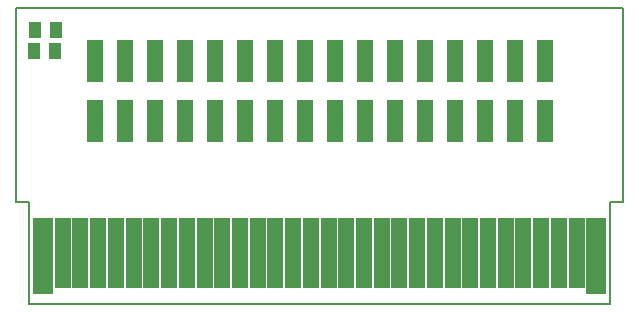
<source format=gbr>
G04 #@! TF.FileFunction,Soldermask,Top*
%FSLAX46Y46*%
G04 Gerber Fmt 4.6, Leading zero omitted, Abs format (unit mm)*
G04 Created by KiCad (PCBNEW 4.0.7-e2-6376~60~ubuntu17.10.1) date Wed Jan 17 23:43:32 2018*
%MOMM*%
%LPD*%
G01*
G04 APERTURE LIST*
%ADD10C,0.100000*%
%ADD11C,0.150000*%
%ADD12R,1.700000X6.400000*%
%ADD13R,1.400000X5.900000*%
%ADD14R,1.070000X1.400000*%
%ADD15R,1.400000X3.550000*%
G04 APERTURE END LIST*
D10*
D11*
X74300000Y-75000000D02*
X125700000Y-75000000D01*
X74300000Y-91400000D02*
X74300000Y-75000000D01*
X75400000Y-91400000D02*
X74300000Y-91400000D01*
X75400000Y-100000000D02*
X75400000Y-91400000D01*
X125700000Y-91400000D02*
X125700000Y-75000000D01*
X124600000Y-91400000D02*
X125700000Y-91400000D01*
X124600000Y-100000000D02*
X124600000Y-91400000D01*
X75400000Y-100000000D02*
X124600000Y-100000000D01*
D12*
X123400000Y-96000000D03*
D13*
X121750000Y-95750000D03*
X120250000Y-95750000D03*
X118750000Y-95750000D03*
X117250000Y-95750000D03*
X115750000Y-95750000D03*
X114250000Y-95750000D03*
X112750000Y-95750000D03*
X111250000Y-95750000D03*
X109750000Y-95750000D03*
X108250000Y-95750000D03*
X106750000Y-95750000D03*
X105250000Y-95750000D03*
X103750000Y-95750000D03*
X102250000Y-95750000D03*
X100750000Y-95750000D03*
X99250000Y-95750000D03*
X97750000Y-95750000D03*
X96250000Y-95750000D03*
X94750000Y-95750000D03*
X93250000Y-95750000D03*
X91750000Y-95750000D03*
X90250000Y-95750000D03*
X88750000Y-95750000D03*
X87250000Y-95750000D03*
X85750000Y-95750000D03*
X84250000Y-95750000D03*
X82750000Y-95750000D03*
X81250000Y-95750000D03*
X79750000Y-95750000D03*
D12*
X76600000Y-96000000D03*
D13*
X78250000Y-95750000D03*
D14*
X77675000Y-76800000D03*
X75925000Y-76800000D03*
D15*
X80950000Y-84525000D03*
X80950000Y-79475000D03*
X83490000Y-84525000D03*
X83490000Y-79475000D03*
X86030000Y-84525000D03*
X86030000Y-79475000D03*
X88570000Y-84525000D03*
X88570000Y-79475000D03*
X91110000Y-84525000D03*
X91110000Y-79475000D03*
X93650000Y-84525000D03*
X93650000Y-79475000D03*
X96190000Y-84525000D03*
X96190000Y-79475000D03*
X98730000Y-84525000D03*
X98730000Y-79475000D03*
X101270000Y-84525000D03*
X101270000Y-79475000D03*
X103810000Y-84525000D03*
X103810000Y-79475000D03*
X106350000Y-84525000D03*
X106350000Y-79475000D03*
X108890000Y-84525000D03*
X108890000Y-79475000D03*
X111430000Y-84525000D03*
X111430000Y-79475000D03*
X113970000Y-84525000D03*
X113970000Y-79475000D03*
X116510000Y-84525000D03*
X116510000Y-79475000D03*
X119050000Y-84525000D03*
X119050000Y-79475000D03*
D14*
X77575000Y-78600000D03*
X75825000Y-78600000D03*
M02*

</source>
